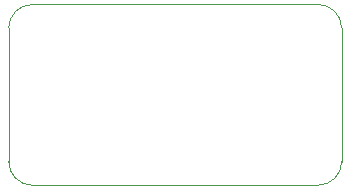
<source format=gbr>
G04 #@! TF.GenerationSoftware,KiCad,Pcbnew,(5.1.4)-1*
G04 #@! TF.CreationDate,2019-12-17T16:38:55-05:00*
G04 #@! TF.ProjectId,BJTPreamp,424a5450-7265-4616-9d70-2e6b69636164,rev?*
G04 #@! TF.SameCoordinates,Original*
G04 #@! TF.FileFunction,Profile,NP*
%FSLAX46Y46*%
G04 Gerber Fmt 4.6, Leading zero omitted, Abs format (unit mm)*
G04 Created by KiCad (PCBNEW (5.1.4)-1) date 2019-12-17 16:38:55*
%MOMM*%
%LPD*%
G04 APERTURE LIST*
%ADD10C,0.050000*%
G04 APERTURE END LIST*
D10*
X94000000Y-87500000D02*
G75*
G02X96000000Y-89500000I0J-2000000D01*
G01*
X67800000Y-89500000D02*
G75*
G02X69800000Y-87500000I2000000J0D01*
G01*
X96000000Y-100800000D02*
G75*
G02X94000000Y-102800000I-2000000J0D01*
G01*
X69800000Y-102800000D02*
G75*
G02X67800000Y-100800000I0J2000000D01*
G01*
X94000000Y-87500000D02*
X69800000Y-87500000D01*
X96000000Y-100800000D02*
X96000000Y-89500000D01*
X69800000Y-102800000D02*
X94000000Y-102800000D01*
X67800000Y-89500000D02*
X67800000Y-100800000D01*
M02*

</source>
